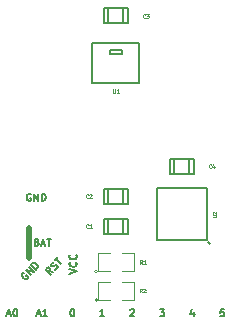
<source format=gto>
G04 (created by PCBNEW (2013-07-07 BZR 4022)-stable) date 2/6/2015 4:46:30 PM*
%MOIN*%
G04 Gerber Fmt 3.4, Leading zero omitted, Abs format*
%FSLAX34Y34*%
G01*
G70*
G90*
G04 APERTURE LIST*
%ADD10C,0.00590551*%
%ADD11C,0.006*%
%ADD12C,0.019685*%
%ADD13C,0.0039*%
%ADD14C,0.005*%
%ADD15C,0.0024*%
G04 APERTURE END LIST*
G54D10*
G54D11*
X89207Y-46157D02*
X89092Y-46157D01*
X89081Y-46271D01*
X89092Y-46260D01*
X89115Y-46248D01*
X89172Y-46248D01*
X89195Y-46260D01*
X89207Y-46271D01*
X89218Y-46294D01*
X89218Y-46351D01*
X89207Y-46374D01*
X89195Y-46385D01*
X89172Y-46397D01*
X89115Y-46397D01*
X89092Y-46385D01*
X89081Y-46374D01*
X88195Y-46237D02*
X88195Y-46397D01*
X88138Y-46145D02*
X88081Y-46317D01*
X88230Y-46317D01*
X87070Y-46157D02*
X87218Y-46157D01*
X87138Y-46248D01*
X87172Y-46248D01*
X87195Y-46260D01*
X87207Y-46271D01*
X87218Y-46294D01*
X87218Y-46351D01*
X87207Y-46374D01*
X87195Y-46385D01*
X87172Y-46397D01*
X87104Y-46397D01*
X87081Y-46385D01*
X87070Y-46374D01*
X86081Y-46180D02*
X86092Y-46168D01*
X86115Y-46157D01*
X86172Y-46157D01*
X86195Y-46168D01*
X86207Y-46180D01*
X86218Y-46202D01*
X86218Y-46225D01*
X86207Y-46260D01*
X86070Y-46397D01*
X86218Y-46397D01*
X85218Y-46397D02*
X85081Y-46397D01*
X85150Y-46397D02*
X85150Y-46157D01*
X85127Y-46191D01*
X85104Y-46214D01*
X85081Y-46225D01*
X84138Y-46157D02*
X84161Y-46157D01*
X84184Y-46168D01*
X84195Y-46180D01*
X84207Y-46202D01*
X84218Y-46248D01*
X84218Y-46305D01*
X84207Y-46351D01*
X84195Y-46374D01*
X84184Y-46385D01*
X84161Y-46397D01*
X84138Y-46397D01*
X84115Y-46385D01*
X84104Y-46374D01*
X84092Y-46351D01*
X84081Y-46305D01*
X84081Y-46248D01*
X84092Y-46202D01*
X84104Y-46180D01*
X84115Y-46168D01*
X84138Y-46157D01*
X82978Y-46328D02*
X83092Y-46328D01*
X82955Y-46397D02*
X83035Y-46157D01*
X83115Y-46397D01*
X83321Y-46397D02*
X83184Y-46397D01*
X83252Y-46397D02*
X83252Y-46157D01*
X83230Y-46191D01*
X83207Y-46214D01*
X83184Y-46225D01*
X81978Y-46328D02*
X82092Y-46328D01*
X81955Y-46397D02*
X82035Y-46157D01*
X82115Y-46397D01*
X82241Y-46157D02*
X82264Y-46157D01*
X82287Y-46168D01*
X82298Y-46180D01*
X82310Y-46202D01*
X82321Y-46248D01*
X82321Y-46305D01*
X82310Y-46351D01*
X82298Y-46374D01*
X82287Y-46385D01*
X82264Y-46397D01*
X82241Y-46397D01*
X82218Y-46385D01*
X82207Y-46374D01*
X82195Y-46351D01*
X82184Y-46305D01*
X82184Y-46248D01*
X82195Y-46202D01*
X82207Y-46180D01*
X82218Y-46168D01*
X82241Y-46157D01*
G54D12*
X82700Y-44450D02*
X82700Y-43450D01*
G54D11*
X82767Y-42318D02*
X82744Y-42307D01*
X82710Y-42307D01*
X82675Y-42318D01*
X82652Y-42341D01*
X82641Y-42364D01*
X82630Y-42410D01*
X82630Y-42444D01*
X82641Y-42490D01*
X82652Y-42512D01*
X82675Y-42535D01*
X82710Y-42547D01*
X82732Y-42547D01*
X82767Y-42535D01*
X82778Y-42524D01*
X82778Y-42444D01*
X82732Y-42444D01*
X82881Y-42547D02*
X82881Y-42307D01*
X83018Y-42547D01*
X83018Y-42307D01*
X83132Y-42547D02*
X83132Y-42307D01*
X83190Y-42307D01*
X83224Y-42318D01*
X83247Y-42341D01*
X83258Y-42364D01*
X83270Y-42410D01*
X83270Y-42444D01*
X83258Y-42490D01*
X83247Y-42512D01*
X83224Y-42535D01*
X83190Y-42547D01*
X83132Y-42547D01*
X82972Y-43921D02*
X83007Y-43932D01*
X83018Y-43944D01*
X83030Y-43967D01*
X83030Y-44001D01*
X83018Y-44024D01*
X83007Y-44035D01*
X82984Y-44047D01*
X82892Y-44047D01*
X82892Y-43807D01*
X82972Y-43807D01*
X82995Y-43818D01*
X83007Y-43830D01*
X83018Y-43852D01*
X83018Y-43875D01*
X83007Y-43898D01*
X82995Y-43910D01*
X82972Y-43921D01*
X82892Y-43921D01*
X83121Y-43978D02*
X83235Y-43978D01*
X83098Y-44047D02*
X83178Y-43807D01*
X83258Y-44047D01*
X83304Y-43807D02*
X83441Y-43807D01*
X83372Y-44047D02*
X83372Y-43807D01*
X84057Y-44970D02*
X84297Y-44890D01*
X84057Y-44810D01*
X84274Y-44592D02*
X84285Y-44604D01*
X84297Y-44638D01*
X84297Y-44661D01*
X84285Y-44695D01*
X84262Y-44718D01*
X84240Y-44730D01*
X84194Y-44741D01*
X84160Y-44741D01*
X84114Y-44730D01*
X84091Y-44718D01*
X84068Y-44695D01*
X84057Y-44661D01*
X84057Y-44638D01*
X84068Y-44604D01*
X84080Y-44592D01*
X84274Y-44352D02*
X84285Y-44364D01*
X84297Y-44398D01*
X84297Y-44421D01*
X84285Y-44455D01*
X84262Y-44478D01*
X84240Y-44490D01*
X84194Y-44501D01*
X84160Y-44501D01*
X84114Y-44490D01*
X84091Y-44478D01*
X84068Y-44455D01*
X84057Y-44421D01*
X84057Y-44398D01*
X84068Y-44364D01*
X84080Y-44352D01*
X83525Y-44911D02*
X83388Y-44887D01*
X83428Y-45008D02*
X83259Y-44838D01*
X83323Y-44774D01*
X83347Y-44766D01*
X83364Y-44766D01*
X83388Y-44774D01*
X83412Y-44798D01*
X83420Y-44822D01*
X83420Y-44838D01*
X83412Y-44863D01*
X83347Y-44927D01*
X83582Y-44838D02*
X83614Y-44822D01*
X83655Y-44782D01*
X83663Y-44758D01*
X83663Y-44741D01*
X83655Y-44717D01*
X83638Y-44701D01*
X83614Y-44693D01*
X83598Y-44693D01*
X83574Y-44701D01*
X83533Y-44725D01*
X83509Y-44733D01*
X83493Y-44733D01*
X83469Y-44725D01*
X83453Y-44709D01*
X83444Y-44685D01*
X83444Y-44669D01*
X83453Y-44644D01*
X83493Y-44604D01*
X83525Y-44588D01*
X83566Y-44531D02*
X83663Y-44434D01*
X83784Y-44653D02*
X83614Y-44483D01*
X82527Y-44936D02*
X82503Y-44944D01*
X82479Y-44968D01*
X82463Y-45001D01*
X82463Y-45033D01*
X82471Y-45057D01*
X82495Y-45097D01*
X82519Y-45122D01*
X82560Y-45146D01*
X82584Y-45154D01*
X82616Y-45154D01*
X82648Y-45138D01*
X82665Y-45122D01*
X82681Y-45089D01*
X82681Y-45073D01*
X82624Y-45017D01*
X82592Y-45049D01*
X82770Y-45017D02*
X82600Y-44847D01*
X82867Y-44920D01*
X82697Y-44750D01*
X82947Y-44839D02*
X82778Y-44669D01*
X82818Y-44629D01*
X82851Y-44613D01*
X82883Y-44613D01*
X82907Y-44621D01*
X82947Y-44645D01*
X82972Y-44669D01*
X82996Y-44710D01*
X83004Y-44734D01*
X83004Y-44766D01*
X82988Y-44798D01*
X82947Y-44839D01*
G54D13*
X85000Y-44900D02*
G75*
G03X85000Y-44900I-50J0D01*
G74*
G01*
X85400Y-44900D02*
X85000Y-44900D01*
X85000Y-44900D02*
X85000Y-44300D01*
X85000Y-44300D02*
X85400Y-44300D01*
X85800Y-44300D02*
X86200Y-44300D01*
X86200Y-44300D02*
X86200Y-44900D01*
X86200Y-44900D02*
X85800Y-44900D01*
X85000Y-45850D02*
G75*
G03X85000Y-45850I-50J0D01*
G74*
G01*
X85400Y-45850D02*
X85000Y-45850D01*
X85000Y-45850D02*
X85000Y-45250D01*
X85000Y-45250D02*
X85400Y-45250D01*
X85800Y-45250D02*
X86200Y-45250D01*
X86200Y-45250D02*
X86200Y-45850D01*
X86200Y-45850D02*
X85800Y-45850D01*
G54D10*
X85404Y-37524D02*
X85404Y-37642D01*
X85404Y-37642D02*
X85798Y-37642D01*
X85798Y-37642D02*
X85798Y-37524D01*
X85798Y-37524D02*
X85404Y-37524D01*
X84814Y-37288D02*
X86388Y-37288D01*
X86388Y-37288D02*
X86388Y-38626D01*
X86388Y-38626D02*
X84814Y-38626D01*
X84814Y-38626D02*
X84814Y-37288D01*
G54D14*
X85851Y-36132D02*
X85851Y-36632D01*
X85351Y-36132D02*
X85351Y-36622D01*
X85201Y-36132D02*
X86001Y-36132D01*
X86001Y-36132D02*
X86001Y-36632D01*
X86001Y-36632D02*
X85201Y-36632D01*
X85201Y-36632D02*
X85201Y-36132D01*
X85350Y-43650D02*
X85350Y-43150D01*
X85850Y-43650D02*
X85850Y-43160D01*
X86000Y-43650D02*
X85200Y-43650D01*
X85200Y-43650D02*
X85200Y-43150D01*
X85200Y-43150D02*
X86000Y-43150D01*
X86000Y-43150D02*
X86000Y-43650D01*
X85350Y-42650D02*
X85350Y-42150D01*
X85850Y-42650D02*
X85850Y-42160D01*
X86000Y-42650D02*
X85200Y-42650D01*
X85200Y-42650D02*
X85200Y-42150D01*
X85200Y-42150D02*
X86000Y-42150D01*
X86000Y-42150D02*
X86000Y-42650D01*
X87550Y-41650D02*
X87550Y-41150D01*
X88050Y-41650D02*
X88050Y-41160D01*
X88200Y-41650D02*
X87400Y-41650D01*
X87400Y-41650D02*
X87400Y-41150D01*
X87400Y-41150D02*
X88200Y-41150D01*
X88200Y-41150D02*
X88200Y-41650D01*
G54D10*
X88666Y-43905D02*
X88744Y-43984D01*
X88626Y-43866D02*
X86973Y-43866D01*
X86973Y-43866D02*
X86973Y-42133D01*
X86973Y-42133D02*
X88626Y-42133D01*
X88626Y-42133D02*
X88626Y-43866D01*
G54D15*
X86480Y-44647D02*
X86440Y-44591D01*
X86412Y-44647D02*
X86412Y-44529D01*
X86457Y-44529D01*
X86469Y-44535D01*
X86474Y-44540D01*
X86480Y-44552D01*
X86480Y-44569D01*
X86474Y-44580D01*
X86469Y-44585D01*
X86457Y-44591D01*
X86412Y-44591D01*
X86592Y-44647D02*
X86525Y-44647D01*
X86559Y-44647D02*
X86559Y-44529D01*
X86547Y-44546D01*
X86536Y-44557D01*
X86525Y-44563D01*
X86480Y-45597D02*
X86440Y-45541D01*
X86412Y-45597D02*
X86412Y-45479D01*
X86457Y-45479D01*
X86469Y-45485D01*
X86474Y-45490D01*
X86480Y-45502D01*
X86480Y-45519D01*
X86474Y-45530D01*
X86469Y-45535D01*
X86457Y-45541D01*
X86412Y-45541D01*
X86525Y-45490D02*
X86530Y-45485D01*
X86542Y-45479D01*
X86570Y-45479D01*
X86581Y-45485D01*
X86587Y-45490D01*
X86592Y-45502D01*
X86592Y-45513D01*
X86587Y-45530D01*
X86519Y-45597D01*
X86592Y-45597D01*
X85510Y-38829D02*
X85510Y-38925D01*
X85515Y-38936D01*
X85521Y-38942D01*
X85532Y-38947D01*
X85555Y-38947D01*
X85566Y-38942D01*
X85571Y-38936D01*
X85577Y-38925D01*
X85577Y-38829D01*
X85695Y-38947D02*
X85628Y-38947D01*
X85661Y-38947D02*
X85661Y-38829D01*
X85650Y-38846D01*
X85639Y-38857D01*
X85628Y-38863D01*
X86580Y-36436D02*
X86574Y-36442D01*
X86557Y-36447D01*
X86546Y-36447D01*
X86529Y-36442D01*
X86518Y-36430D01*
X86512Y-36419D01*
X86507Y-36397D01*
X86507Y-36380D01*
X86512Y-36357D01*
X86518Y-36346D01*
X86529Y-36335D01*
X86546Y-36329D01*
X86557Y-36329D01*
X86574Y-36335D01*
X86580Y-36341D01*
X86619Y-36329D02*
X86692Y-36329D01*
X86653Y-36374D01*
X86670Y-36374D01*
X86681Y-36380D01*
X86687Y-36385D01*
X86692Y-36397D01*
X86692Y-36425D01*
X86687Y-36436D01*
X86681Y-36442D01*
X86670Y-36447D01*
X86636Y-36447D01*
X86625Y-36442D01*
X86619Y-36436D01*
X84680Y-43436D02*
X84674Y-43442D01*
X84657Y-43447D01*
X84646Y-43447D01*
X84629Y-43442D01*
X84618Y-43430D01*
X84612Y-43419D01*
X84607Y-43397D01*
X84607Y-43380D01*
X84612Y-43357D01*
X84618Y-43346D01*
X84629Y-43335D01*
X84646Y-43329D01*
X84657Y-43329D01*
X84674Y-43335D01*
X84680Y-43340D01*
X84792Y-43447D02*
X84725Y-43447D01*
X84759Y-43447D02*
X84759Y-43329D01*
X84747Y-43346D01*
X84736Y-43357D01*
X84725Y-43363D01*
X84680Y-42436D02*
X84674Y-42442D01*
X84657Y-42447D01*
X84646Y-42447D01*
X84629Y-42442D01*
X84618Y-42430D01*
X84612Y-42419D01*
X84607Y-42397D01*
X84607Y-42380D01*
X84612Y-42357D01*
X84618Y-42346D01*
X84629Y-42335D01*
X84646Y-42329D01*
X84657Y-42329D01*
X84674Y-42335D01*
X84680Y-42340D01*
X84725Y-42340D02*
X84730Y-42335D01*
X84742Y-42329D01*
X84770Y-42329D01*
X84781Y-42335D01*
X84787Y-42340D01*
X84792Y-42352D01*
X84792Y-42363D01*
X84787Y-42380D01*
X84719Y-42447D01*
X84792Y-42447D01*
X88780Y-41436D02*
X88774Y-41442D01*
X88757Y-41447D01*
X88746Y-41447D01*
X88729Y-41442D01*
X88718Y-41430D01*
X88712Y-41419D01*
X88707Y-41397D01*
X88707Y-41380D01*
X88712Y-41357D01*
X88718Y-41346D01*
X88729Y-41335D01*
X88746Y-41329D01*
X88757Y-41329D01*
X88774Y-41335D01*
X88780Y-41340D01*
X88881Y-41369D02*
X88881Y-41447D01*
X88853Y-41324D02*
X88825Y-41408D01*
X88898Y-41408D01*
X88829Y-43089D02*
X88925Y-43089D01*
X88936Y-43084D01*
X88942Y-43078D01*
X88947Y-43067D01*
X88947Y-43044D01*
X88942Y-43033D01*
X88936Y-43028D01*
X88925Y-43022D01*
X88829Y-43022D01*
X88840Y-42971D02*
X88835Y-42966D01*
X88829Y-42955D01*
X88829Y-42926D01*
X88835Y-42915D01*
X88840Y-42910D01*
X88852Y-42904D01*
X88863Y-42904D01*
X88880Y-42910D01*
X88947Y-42977D01*
X88947Y-42904D01*
M02*

</source>
